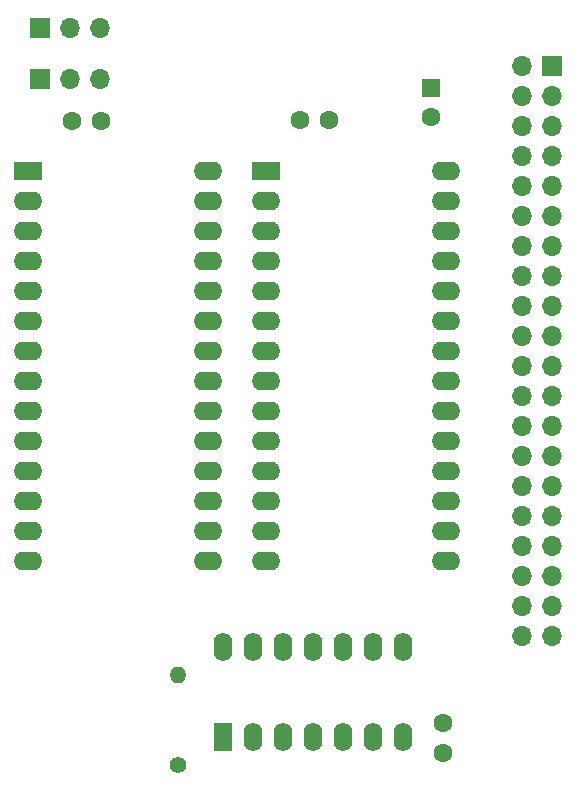
<source format=gbs>
G04 #@! TF.GenerationSoftware,KiCad,Pcbnew,8.0.4*
G04 #@! TF.CreationDate,2024-09-11T13:33:43-04:00*
G04 #@! TF.ProjectId,LB-MEM-02,4c422d4d-454d-42d3-9032-2e6b69636164,3*
G04 #@! TF.SameCoordinates,Original*
G04 #@! TF.FileFunction,Soldermask,Bot*
G04 #@! TF.FilePolarity,Negative*
%FSLAX46Y46*%
G04 Gerber Fmt 4.6, Leading zero omitted, Abs format (unit mm)*
G04 Created by KiCad (PCBNEW 8.0.4) date 2024-09-11 13:33:43*
%MOMM*%
%LPD*%
G01*
G04 APERTURE LIST*
%ADD10R,1.600000X1.600000*%
%ADD11C,1.600000*%
%ADD12R,2.400000X1.600000*%
%ADD13O,2.400000X1.600000*%
%ADD14R,1.700000X1.700000*%
%ADD15O,1.700000X1.700000*%
%ADD16R,1.600000X2.400000*%
%ADD17O,1.600000X2.400000*%
%ADD18C,1.400000*%
%ADD19O,1.400000X1.400000*%
G04 APERTURE END LIST*
D10*
X169672000Y-56452888D03*
D11*
X169672000Y-58952888D03*
D12*
X155702000Y-63500000D03*
D13*
X155702000Y-66040000D03*
X155702000Y-68580000D03*
X155702000Y-71120000D03*
X155702000Y-73660000D03*
X155702000Y-76200000D03*
X155702000Y-78740000D03*
X155702000Y-81280000D03*
X155702000Y-83820000D03*
X155702000Y-86360000D03*
X155702000Y-88900000D03*
X155702000Y-91440000D03*
X155702000Y-93980000D03*
X155702000Y-96520000D03*
X170942000Y-96520000D03*
X170942000Y-93980000D03*
X170942000Y-91440000D03*
X170942000Y-88900000D03*
X170942000Y-86360000D03*
X170942000Y-83820000D03*
X170942000Y-81280000D03*
X170942000Y-78740000D03*
X170942000Y-76200000D03*
X170942000Y-73660000D03*
X170942000Y-71120000D03*
X170942000Y-68580000D03*
X170942000Y-66040000D03*
X170942000Y-63500000D03*
D14*
X179890000Y-54615000D03*
D15*
X177350000Y-54615000D03*
X179890000Y-57155000D03*
X177350000Y-57155000D03*
X179890000Y-59695000D03*
X177350000Y-59695000D03*
X179890000Y-62235000D03*
X177350000Y-62235000D03*
X179890000Y-64775000D03*
X177350000Y-64775000D03*
X179890000Y-67315000D03*
X177350000Y-67315000D03*
X179890000Y-69855000D03*
X177350000Y-69855000D03*
X179890000Y-72395000D03*
X177350000Y-72395000D03*
X179890000Y-74935000D03*
X177350000Y-74935000D03*
X179890000Y-77475000D03*
X177350000Y-77475000D03*
X179890000Y-80015000D03*
X177350000Y-80015000D03*
X179890000Y-82555000D03*
X177350000Y-82555000D03*
X179890000Y-85095000D03*
X177350000Y-85095000D03*
X179890000Y-87635000D03*
X177350000Y-87635000D03*
X179890000Y-90175000D03*
X177350000Y-90175000D03*
X179890000Y-92715000D03*
X177350000Y-92715000D03*
X179890000Y-95255000D03*
X177350000Y-95255000D03*
X179890000Y-97795000D03*
X177350000Y-97795000D03*
X179890000Y-100335000D03*
X177350000Y-100335000D03*
X179890000Y-102875000D03*
X177350000Y-102875000D03*
D16*
X152014000Y-111394000D03*
D17*
X154554000Y-111394000D03*
X157094000Y-111394000D03*
X159634000Y-111394000D03*
X162174000Y-111394000D03*
X164714000Y-111394000D03*
X167254000Y-111394000D03*
X167254000Y-103774000D03*
X164714000Y-103774000D03*
X162174000Y-103774000D03*
X159634000Y-103774000D03*
X157094000Y-103774000D03*
X154554000Y-103774000D03*
X152014000Y-103774000D03*
D12*
X135506993Y-63500000D03*
D13*
X135506993Y-66040000D03*
X135506993Y-68580000D03*
X135506993Y-71120000D03*
X135506993Y-73660000D03*
X135506993Y-76200000D03*
X135506993Y-78740000D03*
X135506993Y-81280000D03*
X135506993Y-83820000D03*
X135506993Y-86360000D03*
X135506993Y-88900000D03*
X135506993Y-91440000D03*
X135506993Y-93980000D03*
X135506993Y-96520000D03*
X150746993Y-96520000D03*
X150746993Y-93980000D03*
X150746993Y-91440000D03*
X150746993Y-88900000D03*
X150746993Y-86360000D03*
X150746993Y-83820000D03*
X150746993Y-81280000D03*
X150746993Y-78740000D03*
X150746993Y-76200000D03*
X150746993Y-73660000D03*
X150746993Y-71120000D03*
X150746993Y-68580000D03*
X150746993Y-66040000D03*
X150746993Y-63500000D03*
D11*
X170688000Y-112756010D03*
X170688000Y-110256010D03*
X141712010Y-59309000D03*
X139212010Y-59309000D03*
D14*
X136540011Y-55753000D03*
D15*
X139080011Y-55753000D03*
X141620011Y-55753000D03*
D14*
X136540000Y-51435000D03*
D15*
X139080000Y-51435000D03*
X141620000Y-51435000D03*
D18*
X148209000Y-113792000D03*
D19*
X148209000Y-106172000D03*
D11*
X161016010Y-59182000D03*
X158516010Y-59182000D03*
M02*

</source>
